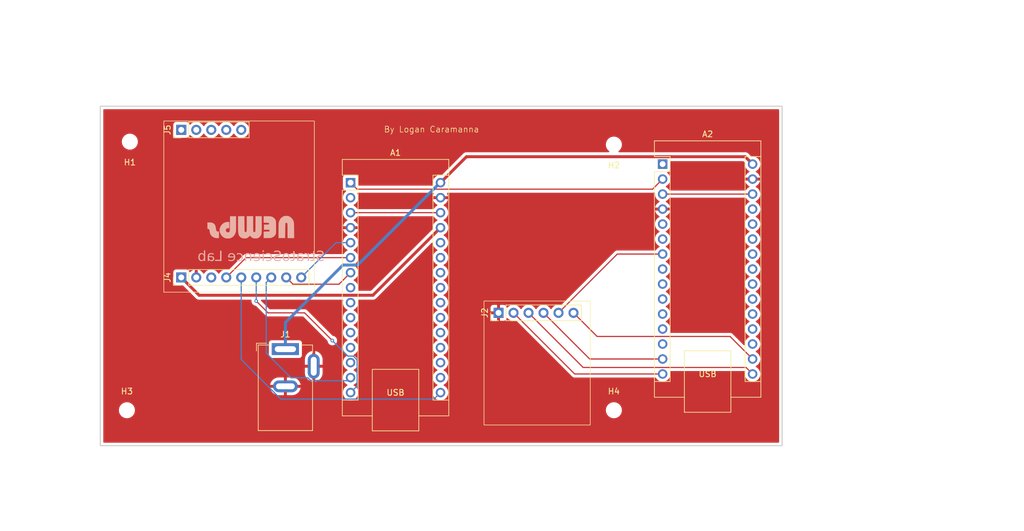
<source format=kicad_pcb>
(kicad_pcb (version 20241229) (generator "pcbnew") (generator_version "9.0")
  (title_block (title "Logan's StratoScience PCB"))
  (layers (0 "F.Cu" signal) (2 "B.Cu" signal) (13 "F.Paste" user) (15 "B.Paste" user) (5 "F.SilkS" user "F.Silkscreen") (7 "B.SilkS" user "B.Silkscreen") (1 "F.Mask" user) (3 "B.Mask" user) (25 "Edge.Cuts" user))
  (net 0 "")
  (net 1 "Earth")
  (net 2 "/A3")
  (net 3 "/~{RESET}")
  (net 4 "/D10")
  (net 5 "/NANO_VIN")
  (net 6 "+3.3V")
  (net 7 "/LORA_RST")
  (net 8 "/G0")
  (net 9 "/D6")
  (net 10 "/D8")
  (net 11 "/D9")
  (net 12 "/SCK")
  (net 13 "/A7")
  (net 14 "/D0{slash}RX")
  (net 15 "/A2")
  (net 16 "/AREF")
  (net 17 "/A0_TX")
  (net 18 "/A5")
  (net 19 "+5V")
  (net 20 "/LORA_CS")
  (net 21 "/D7")
  (net 22 "/A4")
  (net 23 "/A1")
  (net 24 "/MOSI")
  (net 25 "/A6")
  (net 26 "/SD_CS")
  (net 27 "/MISO")
  (net 28 "/A0")
  (net 35 "/D5")
  (net 36 "/A1_D2")
  (net 37 "/~{A1_RESET}")
  (net 38 "/A1_+5V")
  (net 39 "/A1_A2")
  (net 40 "/A1_D9")
  (net 41 "/A1_AREF")
  (net 42 "/A1_D5")
  (net 43 "/A1_A6")
  (net 44 "/A1_A0")
  (net 45 "/A1_D8")
  (net 46 "/A1_A1")
  (net 47 "/A1_A5")
  (net 48 "/A1_D3")
  (net 49 "/SD_MISO")
  (net 50 "/A1_A4")
  (net 51 "/A1_A3")
  (net 52 "/SD_SCK")
  (net 53 "/A1_D6")
  (net 54 "/A1_A7")
  (net 55 "/A1_D1{slash}TX")
  (net 56 "/A1_D10")
  (net 57 "/A1_D7")
  (net 58 "/SD_MOSI")
  (net 59 "A1_3V3")
  (footprint "Module:Arduino_Nano" (layer "F.Cu") (at 192.76 79.3)
    (property "Reference" "A2" (at 7.62 -5.08 0) (layer "F.SilkS"))
    (property "Value" "Arduino_Nano_v3.x")
    (fp_line (start -1.4 -3.94) (end -1.4 -1.27) (stroke (width 0.12)) (layer "F.SilkS"))
    (fp_line (start -1.4 1.27) (end -1.4 39.5) (stroke (width 0.12)) (layer "F.SilkS"))
    (fp_line (start -1.4 39.5) (end 3.68 39.5) (stroke (width 0.12)) (layer "F.SilkS"))
    (fp_line (start 1.27 -1.27) (end -1.4 -1.27) (stroke (width 0.12)) (layer "F.SilkS"))
    (fp_line (start 1.27 1.27) (end -1.4 1.27) (stroke (width 0.12)) (layer "F.SilkS"))
    (fp_line (start 1.27 1.27) (end 1.27 -1.27) (stroke (width 0.12)) (layer "F.SilkS"))
    (fp_line (start 1.27 1.27) (end 1.27 36.83) (stroke (width 0.12)) (layer "F.SilkS"))
    (fp_line (start 1.27 36.83) (end -1.4 36.83) (stroke (width 0.12)) (layer "F.SilkS"))
    (fp_line (start 3.68 31.62) (end 11.56 31.62) (stroke (width 0.12)) (layer "F.SilkS"))
    (fp_line (start 3.68 42.04) (end 3.68 31.62) (stroke (width 0.12)) (layer "F.SilkS"))
    (fp_line (start 11.56 31.62) (end 11.56 42.04) (stroke (width 0.12)) (layer "F.SilkS"))
    (fp_line (start 11.56 42.04) (end 3.68 42.04) (stroke (width 0.12)) (layer "F.SilkS"))
    (fp_line (start 13.97 -1.27) (end 13.97 36.83) (stroke (width 0.12)) (layer "F.SilkS"))
    (fp_line (start 13.97 -1.27) (end 16.64 -1.27) (stroke (width 0.12)) (layer "F.SilkS"))
    (fp_line (start 13.97 36.83) (end 16.64 36.83) (stroke (width 0.12)) (layer "F.SilkS"))
    (fp_line (start 16.64 -3.94) (end -1.4 -3.94) (stroke (width 0.12)) (layer "F.SilkS"))
    (fp_line (start 16.64 39.5) (end 11.56 39.5) (stroke (width 0.12)) (layer "F.SilkS"))
    (fp_line (start 16.64 39.5) (end 16.64 -3.94) (stroke (width 0.12)) (layer "F.SilkS"))
    (fp_text user "USB" (at 7.62 35.56 0) (layer "F.SilkS"))
    (pad "1" thru_hole rect (at 0 0) (size 1.6 1.6) (drill 1) (layers "*.Cu" "*.Mask") (net 55 "/A1_D1{slash}TX"))
    (pad "2" thru_hole oval (at 0 2.54) (size 1.6 1.6) (drill 1) (layers "*.Cu" "*.Mask") (net 17 "/A0_TX"))
    (pad "3" thru_hole oval (at 0 5.08) (size 1.6 1.6) (drill 1) (layers "*.Cu" "*.Mask") (net 37 "/~{A1_RESET}"))
    (pad "4" thru_hole oval (at 0 7.62) (size 1.6 1.6) (drill 1) (layers "*.Cu" "*.Mask") (net 1 "Earth"))
    (pad "5" thru_hole oval (at 0 10.16) (size 1.6 1.6) (drill 1) (layers "*.Cu" "*.Mask") (net 36 "/A1_D2"))
    (pad "6" thru_hole oval (at 0 12.7) (size 1.6 1.6) (drill 1) (layers "*.Cu" "*.Mask") (net 48 "/A1_D3"))
    (pad "7" thru_hole oval (at 0 15.24) (size 1.6 1.6) (drill 1) (layers "*.Cu" "*.Mask") (net 26 "/SD_CS"))
    (pad "8" thru_hole oval (at 0 17.78) (size 1.6 1.6) (drill 1) (layers "*.Cu" "*.Mask") (net 42 "/A1_D5"))
    (pad "9" thru_hole oval (at 0 20.32) (size 1.6 1.6) (drill 1) (layers "*.Cu" "*.Mask") (net 53 "/A1_D6"))
    (pad "10" thru_hole oval (at 0 22.86) (size 1.6 1.6) (drill 1) (layers "*.Cu" "*.Mask") (net 57 "/A1_D7"))
    (pad "11" thru_hole oval (at 0 25.4) (size 1.6 1.6) (drill 1) (layers "*.Cu" "*.Mask") (net 45 "/A1_D8"))
    (pad "12" thru_hole oval (at 0 27.94) (size 1.6 1.6) (drill 1) (layers "*.Cu" "*.Mask") (net 40 "/A1_D9"))
    (pad "13" thru_hole oval (at 0 30.48) (size 1.6 1.6) (drill 1) (layers "*.Cu" "*.Mask") (net 56 "/A1_D10"))
    (pad "14" thru_hole oval (at 0 33.02) (size 1.6 1.6) (drill 1) (layers "*.Cu" "*.Mask") (net 58 "/SD_MOSI"))
    (pad "15" thru_hole oval (at 0 35.56) (size 1.6 1.6) (drill 1) (layers "*.Cu" "*.Mask") (net 49 "/SD_MISO"))
    (pad "16" thru_hole oval (at 15.24 35.56) (size 1.6 1.6) (drill 1) (layers "*.Cu" "*.Mask") (net 52 "/SD_SCK"))
    (pad "17" thru_hole oval (at 15.24 33.02) (size 1.6 1.6) (drill 1) (layers "*.Cu" "*.Mask") (net 59 "A1_3V3"))
    (pad "18" thru_hole oval (at 15.24 30.48) (size 1.6 1.6) (drill 1) (layers "*.Cu" "*.Mask") (net 41 "/A1_AREF"))
    (pad "19" thru_hole oval (at 15.24 27.94) (size 1.6 1.6) (drill 1) (layers "*.Cu" "*.Mask") (net 44 "/A1_A0"))
    (pad "20" thru_hole oval (at 15.24 25.4) (size 1.6 1.6) (drill 1) (layers "*.Cu" "*.Mask") (net 46 "/A1_A1"))
    (pad "21" thru_hole oval (at 15.24 22.86) (size 1.6 1.6) (drill 1) (layers "*.Cu" "*.Mask") (net 39 "/A1_A2"))
    (pad "22" thru_hole oval (at 15.24 20.32) (size 1.6 1.6) (drill 1) (layers "*.Cu" "*.Mask") (net 51 "/A1_A3"))
    (pad "23" thru_hole oval (at 15.24 17.78) (size 1.6 1.6) (drill 1) (layers "*.Cu" "*.Mask") (net 50 "/A1_A4"))
    (pad "24" thru_hole oval (at 15.24 15.24) (size 1.6 1.6) (drill 1) (layers "*.Cu" "*.Mask") (net 47 "/A1_A5"))
    (pad "25" thru_hole oval (at 15.24 12.7) (size 1.6 1.6) (drill 1) (layers "*.Cu" "*.Mask") (net 43 "/A1_A6"))
    (pad "26" thru_hole oval (at 15.24 10.16) (size 1.6 1.6) (drill 1) (layers "*.Cu" "*.Mask") (net 54 "/A1_A7"))
    (pad "27" thru_hole oval (at 15.24 7.62) (size 1.6 1.6) (drill 1) (layers "*.Cu" "*.Mask") (net 38 "/A1_+5V"))
    (pad "28" thru_hole oval (at 15.24 5.08) (size 1.6 1.6) (drill 1) (layers "*.Cu" "*.Mask") (net 37 "/~{A1_RESET}"))
    (pad "29" thru_hole oval (at 15.24 2.54) (size 1.6 1.6) (drill 1) (layers "*.Cu" "*.Mask") (net 1 "Earth"))
    (pad "30" thru_hole oval (at 15.24 0) (size 1.6 1.6) (drill 1) (layers "*.Cu" "*.Mask") (net 5 "/NANO_VIN"))
  )
  (footprint "Connector_PinHeader_2.54mm:PinHeader_1x06_P2.54mm_Vertical" (layer "F.Cu") (at 164.96 104.5 90)
    (property "Reference" "J2" (at 0 -2.33 90) (layer "F.SilkS"))
    (property "Value" "SD Card")
    (fp_line (start -1.33 -1.33) (end 0 -1.33) (stroke (width 0.12)) (layer "F.SilkS"))
    (fp_line (start -1.33 0) (end -1.33 -1.33) (stroke (width 0.12)) (layer "F.SilkS"))
    (fp_line (start 1.33 1.27) (end 1.33 14.03) (stroke (width 0.12)) (layer "F.SilkS"))
    (fp_line (start -1.33 1.27) (end 1.33 1.27) (stroke (width 0.12)) (layer "F.SilkS"))
    (fp_line (start -1.33 1.27) (end -1.33 14.03) (stroke (width 0.12)) (layer "F.SilkS"))
    (fp_line (start -1.33 14.03) (end 1.33 14.03) (stroke (width 0.12)) (layer "F.SilkS"))
    (pad "1" thru_hole rect (at 0 0 90) (size 1.7 1.7) (drill 1) (layers "*.Cu" "*.Mask") (net 1 "Earth"))
    (pad "2" thru_hole oval (at 0 2.54 90) (size 1.7 1.7) (drill 1) (layers "*.Cu" "*.Mask") (net 49 "/SD_MISO"))
    (pad "3" thru_hole oval (at 0 5.08 90) (size 1.7 1.7) (drill 1) (layers "*.Cu" "*.Mask") (net 52 "/SD_SCK"))
    (pad "4" thru_hole oval (at 0 7.62 90) (size 1.7 1.7) (drill 1) (layers "*.Cu" "*.Mask") (net 58 "/SD_MOSI"))
    (pad "5" thru_hole oval (at 0 10.16 90) (size 1.7 1.7) (drill 1) (layers "*.Cu" "*.Mask") (net 26 "/SD_CS"))
    (pad "6" thru_hole oval (at 0 12.7 90) (size 1.7 1.7) (drill 1) (layers "*.Cu" "*.Mask") (net 59 "A1_3V3"))
  )
  (footprint "Module:Arduino_Nano" (layer "F.Cu") (at 139.89 82.45)
    (property "Reference" "A1" (at 7.62 -5.08 0) (layer "F.SilkS"))
    (property "Value" "Arduino Nano v3")
    (fp_line (start -1.4 -3.94) (end -1.4 -1.27) (stroke (width 0.12)) (layer "F.SilkS"))
    (fp_line (start -1.4 1.27) (end -1.4 39.5) (stroke (width 0.12)) (layer "F.SilkS"))
    (fp_line (start -1.4 39.5) (end 3.68 39.5) (stroke (width 0.12)) (layer "F.SilkS"))
    (fp_line (start 1.27 -1.27) (end -1.4 -1.27) (stroke (width 0.12)) (layer "F.SilkS"))
    (fp_line (start 1.27 1.27) (end -1.4 1.27) (stroke (width 0.12)) (layer "F.SilkS"))
    (fp_line (start 1.27 1.27) (end 1.27 -1.27) (stroke (width 0.12)) (layer "F.SilkS"))
    (fp_line (start 1.27 1.27) (end 1.27 36.83) (stroke (width 0.12)) (layer "F.SilkS"))
    (fp_line (start 1.27 36.83) (end -1.4 36.83) (stroke (width 0.12)) (layer "F.SilkS"))
    (fp_line (start 3.68 31.62) (end 11.56 31.62) (stroke (width 0.12)) (layer "F.SilkS"))
    (fp_line (start 3.68 42.04) (end 3.68 31.62) (stroke (width 0.12)) (layer "F.SilkS"))
    (fp_line (start 11.56 31.62) (end 11.56 42.04) (stroke (width 0.12)) (layer "F.SilkS"))
    (fp_line (start 11.56 42.04) (end 3.68 42.04) (stroke (width 0.12)) (layer "F.SilkS"))
    (fp_line (start 13.97 -1.27) (end 13.97 36.83) (stroke (width 0.12)) (layer "F.SilkS"))
    (fp_line (start 13.97 -1.27) (end 16.64 -1.27) (stroke (width 0.12)) (layer "F.SilkS"))
    (fp_line (start 13.97 36.83) (end 16.64 36.83) (stroke (width 0.12)) (layer "F.SilkS"))
    (fp_line (start 16.64 -3.94) (end -1.4 -3.94) (stroke (width 0.12)) (layer "F.SilkS"))
    (fp_line (start 16.64 39.5) (end 11.56 39.5) (stroke (width 0.12)) (layer "F.SilkS"))
    (fp_line (start 16.64 39.5) (end 16.64 -3.94) (stroke (width 0.12)) (layer "F.SilkS"))
    (fp_text user "USB" (at 7.62 35.56 0) (layer "F.SilkS"))
    (pad "1" thru_hole rect (at 0 0) (size 1.6 1.6) (drill 1) (layers "*.Cu" "*.Mask") (net 17 "/A0_TX"))
    (pad "2" thru_hole oval (at 0 2.54) (size 1.6 1.6) (drill 1) (layers "*.Cu" "*.Mask") (net 14 "/D0{slash}RX"))
    (pad "3" thru_hole oval (at 0 5.08) (size 1.6 1.6) (drill 1) (layers "*.Cu" "*.Mask") (net 3 "/~{RESET}"))
    (pad "4" thru_hole oval (at 0 7.62) (size 1.6 1.6) (drill 1) (layers "*.Cu" "*.Mask") (net 1 "Earth"))
    (pad "5" thru_hole oval (at 0 10.16) (size 1.6 1.6) (drill 1) (layers "*.Cu" "*.Mask") (net 7 "/LORA_RST"))
    (pad "6" thru_hole oval (at 0 12.7) (size 1.6 1.6) (drill 1) (layers "*.Cu" "*.Mask") (net 8 "/G0"))
    (pad "7" thru_hole oval (at 0 15.24) (size 1.6 1.6) (drill 1) (layers "*.Cu" "*.Mask") (net 20 "/LORA_CS"))
    (pad "8" thru_hole oval (at 0 17.78) (size 1.6 1.6) (drill 1) (layers "*.Cu" "*.Mask") (net 35 "/D5"))
    (pad "9" thru_hole oval (at 0 20.32) (size 1.6 1.6) (drill 1) (layers "*.Cu" "*.Mask") (net 9 "/D6"))
    (pad "10" thru_hole oval (at 0 22.86) (size 1.6 1.6) (drill 1) (layers "*.Cu" "*.Mask") (net 21 "/D7"))
    (pad "11" thru_hole oval (at 0 25.4) (size 1.6 1.6) (drill 1) (layers "*.Cu" "*.Mask") (net 10 "/D8"))
    (pad "12" thru_hole oval (at 0 27.94) (size 1.6 1.6) (drill 1) (layers "*.Cu" "*.Mask") (net 11 "/D9"))
    (pad "13" thru_hole oval (at 0 30.48) (size 1.6 1.6) (drill 1) (layers "*.Cu" "*.Mask") (net 4 "/D10"))
    (pad "14" thru_hole oval (at 0 33.02) (size 1.6 1.6) (drill 1) (layers "*.Cu" "*.Mask") (net 24 "/MOSI"))
    (pad "15" thru_hole oval (at 0 35.56) (size 1.6 1.6) (drill 1) (layers "*.Cu" "*.Mask") (net 27 "/MISO"))
    (pad "16" thru_hole oval (at 15.24 35.56) (size 1.6 1.6) (drill 1) (layers "*.Cu" "*.Mask") (net 12 "/SCK"))
    (pad "17" thru_hole oval (at 15.24 33.02) (size 1.6 1.6) (drill 1) (layers "*.Cu" "*.Mask") (net 6 "+3.3V"))
    (pad "18" thru_hole oval (at 15.24 30.48) (size 1.6 1.6) (drill 1) (layers "*.Cu" "*.Mask") (net 16 "/AREF"))
    (pad "19" thru_hole oval (at 15.24 27.94) (size 1.6 1.6) (drill 1) (layers "*.Cu" "*.Mask") (net 28 "/A0"))
    (pad "20" thru_hole oval (at 15.24 25.4) (size 1.6 1.6) (drill 1) (layers "*.Cu" "*.Mask") (net 23 "/A1"))
    (pad "21" thru_hole oval (at 15.24 22.86) (size 1.6 1.6) (drill 1) (layers "*.Cu" "*.Mask") (net 15 "/A2"))
    (pad "22" thru_hole oval (at 15.24 20.32) (size 1.6 1.6) (drill 1) (layers "*.Cu" "*.Mask") (net 2 "/A3"))
    (pad "23" thru_hole oval (at 15.24 17.78) (size 1.6 1.6) (drill 1) (layers "*.Cu" "*.Mask") (net 22 "/A4"))
    (pad "24" thru_hole oval (at 15.24 15.24) (size 1.6 1.6) (drill 1) (layers "*.Cu" "*.Mask") (net 18 "/A5"))
    (pad "25" thru_hole oval (at 15.24 12.7) (size 1.6 1.6) (drill 1) (layers "*.Cu" "*.Mask") (net 25 "/A6"))
    (pad "26" thru_hole oval (at 15.24 10.16) (size 1.6 1.6) (drill 1) (layers "*.Cu" "*.Mask") (net 13 "/A7"))
    (pad "27" thru_hole oval (at 15.24 7.62) (size 1.6 1.6) (drill 1) (layers "*.Cu" "*.Mask") (net 19 "+5V"))
    (pad "28" thru_hole oval (at 15.24 5.08) (size 1.6 1.6) (drill 1) (layers "*.Cu" "*.Mask") (net 3 "/~{RESET}"))
    (pad "29" thru_hole oval (at 15.24 2.54) (size 1.6 1.6) (drill 1) (layers "*.Cu" "*.Mask") (net 1 "Earth"))
    (pad "30" thru_hole oval (at 15.24 0) (size 1.6 1.6) (drill 1) (layers "*.Cu" "*.Mask") (net 5 "/NANO_VIN"))
  )
  (footprint "MountingHole:MountingHole_2.2mm_M2" (layer "F.Cu") (at 184.5 121)
    (property "Reference" "H4" (at 0 -3.2 0) (layer "F.SilkS"))
    (property "Value" "M2 Screwhole" (hide yes))
    (pad "" np_thru_hole circle (at 0 0) (size 2.2 2.2) (drill 2.2) (layers "*.Cu" "*.Mask"))
  )
  (footprint "Connector_PinHeader_2.54mm:PinHeader_1x09_P2.54mm_Vertical" (layer "F.Cu") (at 111.21 98.5 90)
    (property "Reference" "J4" (at 0 -2.33 90) (layer "F.SilkS"))
    (property "Value" "LoRa")
    (fp_line (start -1.33 -1.33) (end 0 -1.33) (stroke (width 0.12)) (layer "F.SilkS"))
    (fp_line (start -1.33 0) (end -1.33 -1.33) (stroke (width 0.12)) (layer "F.SilkS"))
    (fp_line (start 1.33 1.27) (end 1.33 21.65) (stroke (width 0.12)) (layer "F.SilkS"))
    (fp_line (start -1.33 1.27) (end 1.33 1.27) (stroke (width 0.12)) (layer "F.SilkS"))
    (fp_line (start -1.33 1.27) (end -1.33 21.65) (stroke (width 0.12)) (layer "F.SilkS"))
    (fp_line (start -1.33 21.65) (end 1.33 21.65) (stroke (width 0.12)) (layer "F.SilkS"))
    (pad "1" thru_hole rect (at 0 0 90) (size 1.7 1.7) (drill 1) (layers "*.Cu" "*.Mask") (net 19 "+5V"))
    (pad "2" thru_hole oval (at 0 2.54 90) (size 1.7 1.7) (drill 1) (layers "*.Cu" "*.Mask") (net 1 "Earth"))
    (pad "3" thru_hole oval (at 0 5.08 90) (size 1.7 1.7) (drill 1) (layers "*.Cu" "*.Mask"))
    (pad "4" thru_hole oval (at 0 7.62 90) (size 1.7 1.7) (drill 1) (layers "*.Cu" "*.Mask") (net 8 "/G0"))
    (pad "5" thru_hole oval (at 0 10.16 90) (size 1.7 1.7) (drill 1) (layers "*.Cu" "*.Mask") (net 12 "/SCK"))
    (pad "6" thru_hole oval (at 0 12.7 90) (size 1.7 1.7) (drill 1) (layers "*.Cu" "*.Mask") (net 27 "/MISO"))
    (pad "7" thru_hole oval (at 0 15.24 90) (size 1.7 1.7) (drill 1) (layers "*.Cu" "*.Mask") (net 24 "/MOSI"))
    (pad "8" thru_hole oval (at 0 17.78 90) (size 1.7 1.7) (drill 1) (layers "*.Cu" "*.Mask") (net 20 "/LORA_CS"))
    (pad "9" thru_hole oval (at 0 20.32 90) (size 1.7 1.7) (drill 1) (layers "*.Cu" "*.Mask") (net 7 "/LORA_RST"))
  )
  (footprint "MountingHole:MountingHole_2.2mm_M2" (layer "F.Cu") (at 184.5 76)
    (property "Reference" "H2" (at 0 3.5 0) (layer "F.SilkS"))
    (property "Value" "M2 Screwhole" (hide yes))
    (pad "" np_thru_hole circle (at 0 0) (size 2.2 2.2) (drill 2.2) (layers "*.Cu" "*.Mask"))
  )
  (footprint "Connector_BarrelJack:BarrelJack_GCT_DCJ200-10-A_Horizontal" (layer "F.Cu") (at 128.85 110.65)
    (property "Reference" "J1" (at 0 -2.5 0) (layer "F.SilkS"))
    (property "Value" "Arduino DC Jack (6-12v)" (hide yes))
    (fp_line (start -4.9 -1) (end -4.9 0.3) (stroke (width 0.12)) (layer "F.SilkS"))
    (fp_line (start -4.6 -0.7) (end -2.6 -0.7) (stroke (width 0.12)) (layer "F.SilkS"))
    (fp_line (start -4.6 13.8) (end -4.6 -0.7) (stroke (width 0.12)) (layer "F.SilkS"))
    (fp_line (start -3.2 -1) (end -4.9 -1) (stroke (width 0.12)) (layer "F.SilkS"))
    (fp_line (start 2.6 -0.7) (end 4.6 -0.7) (stroke (width 0.12)) (layer "F.SilkS"))
    (fp_line (start 4.6 -0.7) (end 4.6 0.6) (stroke (width 0.12)) (layer "F.SilkS"))
    (fp_line (start 4.6 5.2) (end 4.6 13.8) (stroke (width 0.12)) (layer "F.SilkS"))
    (fp_line (start 4.6 13.8) (end -4.6 13.8) (stroke (width 0.12)) (layer "F.SilkS"))
    (pad "1" thru_hole rect (at 0 0) (size 4.6 2) (drill oval 3.6 1) (layers "*.Cu" "*.Mask") (net 5 "/NANO_VIN"))
    (pad "2" thru_hole oval (at 0 6.3) (size 4.2 2) (drill oval 3.2 1) (layers "*.Cu" "*.Mask") (net 1 "Earth"))
    (pad "3" thru_hole oval (at 4.8 2.9) (size 2 4.2) (drill oval 1 3.2) (layers "*.Cu" "*.Mask") (net 1 "Earth"))
  )
  (footprint "Connector_PinHeader_2.54mm:PinHeader_1x05_P2.54mm_Vertical" (layer "F.Cu") (at 111.21 73.5 90)
    (property "Reference" "J5" (at 0 -2.33 90) (layer "F.SilkS"))
    (property "Value" "LoRa G pins")
    (fp_line (start -1.33 -1.33) (end 0 -1.33) (stroke (width 0.12)) (layer "F.SilkS"))
    (fp_line (start -1.33 0) (end -1.33 -1.33) (stroke (width 0.12)) (layer "F.SilkS"))
    (fp_line (start 1.33 1.27) (end 1.33 11.49) (stroke (width 0.12)) (layer "F.SilkS"))
    (fp_line (start -1.33 1.27) (end 1.33 1.27) (stroke (width 0.12)) (layer "F.SilkS"))
    (fp_line (start -1.33 1.27) (end -1.33 11.49) (stroke (width 0.12)) (layer "F.SilkS"))
    (fp_line (start -1.33 11.49) (end 1.33 11.49) (stroke (width 0.12)) (layer "F.SilkS"))
    (pad "1" thru_hole rect (at 0 0 90) (size 1.7 1.7) (drill 1) (layers "*.Cu" "*.Mask"))
    (pad "2" thru_hole oval (at 0 2.54 90) (size 1.7 1.7) (drill 1) (layers "*.Cu" "*.Mask"))
    (pad "3" thru_hole oval (at 0 5.08 90) (size 1.7 1.7) (drill 1) (layers "*.Cu" "*.Mask"))
    (pad "4" thru_hole oval (at 0 7.62 90) (size 1.7 1.7) (drill 1) (layers "*.Cu" "*.Mask"))
    (pad "5" thru_hole oval (at 0 10.16 90) (size 1.7 1.7) (drill 1) (layers "*.Cu" "*.Mask"))
  )
  (footprint "MountingHole:MountingHole_2.2mm_M2" (layer "F.Cu") (at 102 121)
    (property "Reference" "H3" (at 0 -3.2 0) (layer "F.SilkS"))
    (property "Value" "M2 Screwhole" (hide yes))
    (pad "" np_thru_hole circle (at 0 0) (size 2.2 2.2) (drill 2.2) (layers "*.Cu" "*.Mask"))
  )
  (footprint "MountingHole:MountingHole_2.2mm_M2" (layer "F.Cu") (at 102.5 75.5)
    (property "Reference" "H1" (at 0 3.5 0) (layer "F.SilkS"))
    (property "Value" "M2 Screwhole" (hide yes))
    (pad "" np_thru_hole circle (at 0 0) (size 2.2 2.2) (drill 2.2) (layers "*.Cu" "*.Mask"))
  )
  (footprint "LOGO" (layer "B.Cu") (at 123 90 180)
    (property "Reference" "G***" (hide yes))
    (property "Value" "LOGO" (hide yes))
    (fp_poly (pts (xy 7.365394 0.272792) (xy 7.365394 -0.272792) (xy 7.272131 -0.272792) (xy 7.187705 -0.295146) (xy 7.101559 -0.351203) (xy 7.032954 -0.424457) (xy 7.001152 -0.498402) (xy 7.000735 -0.505365) (xy 6.989442 -0.655219) (xy 6.963185 -0.824779) (xy 6.926696 -0.990419) (xy 6.884708 -1.128513) (xy 6.867454 -1.170701) (xy 6.743627 -1.371089) (xy 6.571918 -1.545112) (xy 6.361962 -1.685548) (xy 6.123396 -1.785177) (xy 6.007518 -1.815143) (xy 5.881588 -1.835205) (xy 5.746907 -1.846355) (xy 5.617839 -1.84872) (xy 5.508748 -1.842423) (xy 5.433996 -1.827591) (xy 5.408668 -1.809925) (xy 5.404186 -1.767874) (xy 5.401232 -1.676088) (xy 5.399937 -1.545437) (xy 5.400432 -1.38679) (xy 5.402042 -1.256763) (xy 5.410382 -0.742601) (xy 5.576542 -0.722323) (xy 5.719596 -0.686904) (xy 5.816071 -0.616939) (xy 5.873239 -0.505074) (xy 5.893273 -0.402179) (xy 5.926406 -0.149243) (xy 5.961938 0.052601) (xy 6.003259 0.212875) (xy 6.053757 0.341098) (xy 6.116822 0.446793) (xy 6.195841 0.539479) (xy 6.245154 0.586409) (xy 6.368465 0.681927) (xy 6.500201 0.748989) (xy 6.653566 0.791471) (xy 6.841763 0.813249) (xy 7.035462 0.818377) (xy 7.365394 0.818377)) (fill yes) (layer "B.SilkS"))
    (fp_poly (pts (xy -5.854793 1.923444) (xy -5.749143 1.917285) (xy -5.666731 1.902642) (xy -5.588874 1.875935) (xy -5.496888 1.833583) (xy -5.477571 1.824111) (xy -5.243026 1.675545) (xy -5.044292 1.48051) (xy -4.885252 1.244067) (xy -4.769789 0.971277) (xy -4.738536 0.86072) (xy -4.725366 0.80028) (xy -4.714551 0.731424) (xy -4.705855 0.64779) (xy -4.699042 0.543017) (xy -4.693879 0.410745) (xy -4.690131 0.244614) (xy -4.687561 0.038262) (xy -4.685935 -0.214672) (xy -4.685019 -0.520547) (xy -4.684896 -0.59105) (xy -4.682936 -1.833771) (xy -5.243675 -1.833771) (xy -5.804415 -1.833771) (xy -5.81957 -0.588096) (xy -5.823524 -0.266304) (xy -5.827376 0.000042) (xy -5.831935 0.216111) (xy -5.83801 0.387071) (xy -5.846409 0.518089) (xy -5.857941 0.614334) (xy -5.873413 0.680974) (xy -5.893635 0.723177) (xy -5.919415 0.74611) (xy -5.95156 0.754943) (xy -5.990881 0.754843) (xy -6.029148 0.751712) (xy -6.071498 0.746309) (xy -6.106673 0.734369) (xy -6.135348 0.710682) (xy -6.158197 0.670042) (xy -6.175894 0.60724) (xy -6.189115 0.517068) (xy -6.198534 0.394318) (xy -6.204825 0.233782) (xy -6.208663 0.030252) (xy -6.210722 -0.22148) (xy -6.211677 -0.526622) (xy -6.211893 -0.659248) (xy -6.213604 -1.848926) (xy -6.776362 -1.848926) (xy -7.33912 -1.848926) (xy -7.327897 -0.538007) (xy -7.324921 -0.215995) (xy -7.321832 0.051387) (xy -7.318361 0.270128) (xy -7.314242 0.446219) (xy -7.309206 0.58565) (xy -7.302986 0.694409) (xy -7.295314 0.778488) (xy -7.285923 0.843876) (xy -7.274544 0.896563) (xy -7.261877 0.939618) (xy -7.148188 1.218567) (xy -7.004971 1.447921) (xy -6.82762 1.633343) (xy -6.611531 1.7805) (xy -6.55379 1.810557) (xy -6.447108 1.861794) (xy -6.363763 1.894835) (xy -6.284514 1.913663) (xy -6.190115 1.922263) (xy -6.061325 1.924616) (xy -6.002367 1.924702)) (fill yes) (layer "B.SilkS"))
    (fp_poly (pts (xy -2.167184 1.864081) (xy -2.167184 1.318496) (xy -2.167184 0.772912) (xy -2.600266 0.757757) (xy -2.783256 0.750103) (xy -2.914244 0.740131) (xy -3.001847 0.725088) (xy -3.054682 0.702217) (xy -3.081366 0.668764) (xy -3.090516 0.621973) (xy -3.091183 0.600793) (xy -3.083319 0.545301) (xy -3.053195 0.505492) (xy -2.992767 0.478951) (xy -2.893991 0.463262) (xy -2.748823 0.45601) (xy -2.604518 0.454654) (xy -2.212649 0.454654) (xy -2.212649 0.015155) (xy -2.212649 -0.424344) (xy -2.661241 -0.424344) (xy -2.851436 -0.425678) (xy -2.989267 -0.431103) (xy -3.082961 -0.442747) (xy -3.140744 -0.46274) (xy -3.17084 -0.493213) (xy -3.181475 -0.536296) (xy -3.182113 -0.559224) (xy -3.178462 -0.613607) (xy -3.162908 -0.653579) (xy -3.127148 -0.681741) (xy -3.062883 -0.700699) (xy -2.961811 -0.713056) (xy -2.815631 -0.721414) (xy -2.64575 -0.727446) (xy -2.167184 -0.742601) (xy -2.167184 -1.288186) (xy -2.167184 -1.833771) (xy -2.727924 -1.839684) (xy -2.967102 -1.840336) (xy -3.153839 -1.83636) (xy -3.296165 -1.82734) (xy -3.402113 -1.81286) (xy -3.447772 -1.802423) (xy -3.691624 -1.710231) (xy -3.901239 -1.577899) (xy -4.069696 -1.411221) (xy -4.190077 -1.21599) (xy -4.212275 -1.162262) (xy -4.229605 -1.113525) (xy -4.243428 -1.065193) (xy -4.254069 -1.010216) (xy -4.261851 -0.941542) (xy -4.267099 -0.852121) (xy -4.270137 -0.734901) (xy -4.271288 -0.582833) (xy -4.270875 -0.388864) (xy -4.269224 -0.145945) (xy -4.267627 0.042921) (xy -4.265068 0.321073) (xy -4.262457 0.545533) (xy -4.259336 0.72323) (xy -4.255244 0.86109) (xy -4.24972 0.966041) (xy -4.242303 1.04501) (xy -4.232535 1.104926) (xy -4.219954 1.152715) (xy -4.2041 1.195305) (xy -4.188723 1.230351) (xy -4.099815 1.377257) (xy -3.972808 1.524325) (xy -3.82684 1.651748) (xy -3.710001 1.725855) (xy -3.563916 1.786736) (xy -3.391769 1.830606) (xy -3.185085 1.858648) (xy -2.93539 1.872041) (xy -2.658101 1.872402)) (fill yes) (layer "B.SilkS"))
    (fp_poly (pts (xy 3.546301 0.62136) (xy 3.550446 0.293851) (xy 3.554731 0.021554) (xy 3.559991 -0.200936) (xy 3.567061 -0.379022) (xy 3.576773 -0.518109) (xy 3.589964 -0.623602) (xy 3.607466 -0.700905) (xy 3.630114 -0.755422) (xy 3.658743 -0.792557) (xy 3.694187 -0.817716) (xy 3.737279 -0.836302) (xy 3.773206 -0.848548) (xy 3.914602 -0.869307) (xy 4.040712 -0.831916) (xy 4.151236 -0.739417) (xy 4.226372 -0.613533) (xy 4.242274 -0.477042) (xy 4.198441 -0.334332) (xy 4.197458 -0.332421) (xy 4.113595 -0.228672) (xy 3.993391 -0.172371) (xy 3.836048 -0.163285) (xy 3.697852 -0.186196) (xy 3.681116 -0.182648) (xy 3.668579 -0.157776) (xy 3.659443 -0.103876) (xy 3.652906 -0.013245) (xy 3.648167 0.12182) (xy 3.644425 0.309023) (xy 3.64407 0.331168) (xy 3.64198 0.53511) (xy 3.643298 0.685314) (xy 3.648397 0.788583) (xy 3.65765 0.851723) (xy 3.671431 0.881538) (xy 3.674381 0.883866) (xy 3.74125 0.902484) (xy 3.851373 0.908005) (xy 3.988952 0.901042) (xy 4.138192 0.882211) (xy 4.24358 0.861743) (xy 4.49334 0.775128) (xy 4.718462 0.638915) (xy 4.913901 0.460871) (xy 5.074613 0.248764) (xy 5.195553 0.010364) (xy 5.271676 -0.246562) (xy 5.297937 -0.514246) (xy 5.279288 -0.733066) (xy 5.201408 -1.016511) (xy 5.071954 -1.27225) (xy 4.895253 -1.494528) (xy 4.675631 -1.67759) (xy 4.489534 -1.783705) (xy 4.378688 -1.834269) (xy 4.288716 -1.867005) (xy 4.199246 -1.88631) (xy 4.089902 -1.89658) (xy 3.940334 -1.90221) (xy 3.769029 -1.903588) (xy 3.640528 -1.895852) (xy 3.537468 -1.87732) (xy 3.470129 -1.856655) (xy 3.203808 -1.733014) (xy 2.97959 -1.566558) (xy 2.796632 -1.356327) (xy 2.654086 -1.101359) (xy 2.555742 -0.818377) (xy 2.542443 -0.762034) (xy 2.531531 -0.698161) (xy 2.522769 -0.620431) (xy 2.51592 -0.522515) (xy 2.510748 -0.398087) (xy 2.507017 -0.240818) (xy 2.504489 -0.044382) (xy 2.502929 0.197549) (xy 2.502099 0.491303) (xy 2.501923 0.62136) (xy 2.500597 1.864081) (xy 3.015871 1.864081) (xy 3.531146 1.864081)) (fill yes) (layer "B.SilkS"))
    (fp_poly (pts (xy 1.630405 1.872353) (xy 2.167184 1.864081) (xy 2.175453 0.727446) (xy 2.177412 0.321753) (xy 2.176492 -0.028456) (xy 2.171988 -0.328279) (xy 2.163196 -0.582814) (xy 2.149414 -0.797157) (xy 2.129937 -0.976408) (xy 2.104062 -1.125663) (xy 2.071086 -1.25002) (xy 2.030305 -1.354576) (xy 1.981015 -1.44443) (xy 1.922514 -1.524679) (xy 1.854195 -1.600319) (xy 1.702716 -1.733608) (xy 1.545019 -1.823686) (xy 1.364535 -1.877533) (xy 1.144693 -1.902126) (xy 1.136635 -1.902517) (xy 0.909643 -1.899717) (xy 0.720976 -1.863835) (xy 0.554781 -1.788984) (xy 0.395204 -1.66928) (xy 0.322282 -1.600163) (xy 0.143998 -1.421878) (xy 0.095525 -1.491428) (xy -0.032518 -1.634087) (xy -0.202761 -1.762537) (xy -0.287947 -1.811461) (xy -0.37404 -1.851325) (xy -0.459811 -1.876528) (xy -0.564852 -1.89098) (xy -0.708753 -1.898591) (xy -0.727446 -1.899168) (xy -0.86237 -1.900355) (xy -0.981759 -1.896397) (xy -1.067445 -1.88811) (xy -1.091169 -1.882865) (xy -1.321789 -1.776761) (xy -1.517931 -1.623799) (xy -1.673532 -1.430671) (xy -1.782527 -1.20407) (xy -1.817404 -1.081422) (xy -1.82429 -1.020162) (xy -1.830589 -0.903801) (xy -1.836185 -0.737855) (xy -1.840962 -0.527842) (xy -1.844806 -0.279279) (xy -1.847601 0.002318) (xy -1.849233 0.31143) (xy -1.849558 0.459084) (xy -1.851344 1.864081) (xy -1.321215 1.872352) (xy -0.791087 1.880623) (xy -0.781999 0.581208) (xy -0.779673 0.253856) (xy -0.777214 -0.018025) (xy -0.77391 -0.239583) (xy -0.769054 -0.415965) (xy -0.761935 -0.552319) (xy -0.751844 -0.653791) (xy -0.73807 -0.72553) (xy -0.719905 -0.772683) (xy -0.696639 -0.800397) (xy -0.667563 -0.813819) (xy -0.631966 -0.818096) (xy -0.589139 -0.818377) (xy -0.589057 -0.818377) (xy -0.543694 -0.817809) (xy -0.505973 -0.812691) (xy -0.475191 -0.797903) (xy -0.450641 -0.768326) (xy -0.43162 -0.718841) (xy -0.417422 -0.644328) (xy -0.407341 -0.539666) (xy -0.400674 -0.399737) (xy -0.396715 -0.219421) (xy -0.394758 0.006402) (xy -0.394099 0.282851) (xy -0.394033 0.597794) (xy -0.394033 1.879236) (xy 0.151551 1.879236) (xy 0.697136 1.879236) (xy 0.697136 0.597794) (xy 0.697214 0.268385) (xy 0.697919 -0.005524) (xy 0.699956 -0.229051) (xy 0.704029 -0.407317) (xy 0.710843 -0.54544) (xy 0.721105 -0.648542) (xy 0.735518 -0.72174) (xy 0.754788 -0.770156) (xy 0.77962 -0.798907) (xy 0.810718 -0.813115) (xy 0.848789 -0.817899) (xy 0.89216 -0.818377) (xy 0.935005 -0.8181) (xy 0.970617 -0.813837) (xy 0.999705 -0.800441) (xy 1.022978 -0.772765) (xy 1.041143 -0.725661) (xy 1.054909 -0.653982) (xy 1.064985 -0.552581) (xy 1.07208 -0.41631) (xy 1.076902 -0.240022) (xy 1.080159 -0.018569) (xy 1.082561 0.253196) (xy 1.084815 0.580419) (xy 1.084821 0.581212) (xy 1.093627 1.880625)) (fill yes) (layer "B.SilkS"))
  )
  (gr_rect (start 162.5 102.5) (end 180.5 123.5) (stroke (width 0.1)) (fill no) (layer "F.SilkS"))
  (gr_rect (start 108.25 72) (end 133.75 101) (stroke (width 0.1)) (fill no) (layer "F.SilkS"))
  (gr_rect (start 97.5 69.5) (end 213 127) (stroke (width 0.2)) (fill no) (layer "Edge.Cuts"))
  (gr_text "By Logan Caramanna" (at 145.5 74 0) (layer "F.SilkS") (effects (font (size 1 1) (thickness 0.1)) (justify left bottom)))
  (gr_text "StratoScience Lab" (at 135.5 96 -0) (layer "B.SilkS") (effects (font (size 1.7 1.7) (thickness 0.1)) (justify left bottom mirror)))
  (segment (start 139.89 87.53) (end 155.13 87.53) (width 0.2) (layer "F.Cu") (net 3))
  (segment (start 206.749 78.049) (end 159.531 78.049) (width 0.5) (layer "F.Cu") (net 5))
  (segment (start 128.85 110.65) (end 128.85 110.15) (width 0.2) (layer "F.Cu") (net 5))
  (segment (start 159.531 78.049) (end 155.13 82.45) (width 0.5) (layer "F.Cu") (net 5))
  (segment (start 208 79.3) (end 206.749 78.049) (width 0.5) (layer "F.Cu") (net 5))
  (segment (start 141.099 96.401) (end 155.05 82.45) (width 0.5) (layer "B.Cu") (net 5))
  (segment (start 128.85 110.65) (end 128.85 106.15) (width 0.5) (layer "B.Cu") (net 5))
  (segment (start 138.599 96.401) (end 141.099 96.401) (width 0.5) (layer "B.Cu") (net 5))
  (segment (start 155.05 82.45) (end 155.13 82.45) (width 0.5) (layer "B.Cu") (net 5))
  (segment (start 128.85 110.15) (end 128.85 110.65) (width 0.2) (layer "B.Cu") (net 5))
  (segment (start 128.85 106.15) (end 138.599 96.401) (width 0.5) (layer "B.Cu") (net 5))
  (segment (start 137.42 92.61) (end 131.53 98.5) (width 0.2) (layer "B.Cu") (net 7))
  (segment (start 139.89 92.61) (end 137.42 92.61) (width 0.2) (layer "B.Cu") (net 7))
  (segment (start 118.83 98.5) (end 122.18 95.15) (width 0.2) (layer "F.Cu") (net 8))
  (segment (start 122.18 95.15) (end 139.89 95.15) (width 0.2) (layer "F.Cu") (net 8))
  (segment (start 128.071108 119.111) (end 154.029 119.111) (width 0.2) (layer "B.Cu") (net 12))
  (segment (start 121.37 112.409892) (end 128.071108 119.111) (width 0.2) (layer "B.Cu") (net 12))
  (segment (start 121.37 98.5) (end 121.37 112.409892) (width 0.2) (layer "B.Cu") (net 12))
  (segment (start 154.029 119.111) (end 155.13 118.01) (width 0.2) (layer "B.Cu") (net 12))
  (segment (start 140.991 83.551) (end 139.89 82.45) (width 0.2) (layer "F.Cu") (net 17))
  (segment (start 192.76 81.84) (end 191.049 83.551) (width 0.2) (layer "F.Cu") (net 17))
  (segment (start 191.049 83.551) (end 140.991 83.551) (width 0.2) (layer "F.Cu") (net 17))
  (segment (start 143.681 101.519) (end 155.13 90.07) (width 0.5) (layer "F.Cu") (net 19))
  (segment (start 111.21 98.5) (end 114.229 101.519) (width 0.5) (layer "F.Cu") (net 19))
  (segment (start 114.229 101.519) (end 143.681 101.519) (width 0.5) (layer "F.Cu") (net 19))
  (segment (start 130.141 99.651) (end 137.929 99.651) (width 0.2) (layer "F.Cu") (net 20))
  (segment (start 137.929 99.651) (end 139.89 97.69) (width 0.2) (layer "F.Cu") (net 20))
  (segment (start 128.99 98.5) (end 130.141 99.651) (width 0.2) (layer "F.Cu") (net 20))
  (segment (start 129.798 115.5) (end 132.660108 115.5) (width 0.2) (layer "B.Cu") (net 24))
  (segment (start 134.5 116) (end 139.36 116) (width 0.2) (layer "B.Cu") (net 24))
  (segment (start 125.6 111.302) (end 129.798 115.5) (width 0.2) (layer "B.Cu") (net 24))
  (segment (start 126.45 98.5) (end 125.6 99.35) (width 0.2) (layer "B.Cu") (net 24))
  (segment (start 125.6 99.35) (end 125.6 111.302) (width 0.2) (layer "B.Cu") (net 24))
  (segment (start 133.111108 115.951) (end 134.451 115.951) (width 0.2) (layer "B.Cu") (net 24))
  (segment (start 139.36 116) (end 139.89 115.47) (width 0.2) (layer "B.Cu") (net 24))
  (segment (start 134.451 115.951) (end 134.5 116) (width 0.2) (layer "B.Cu") (net 24))
  (segment (start 132.660108 115.5) (end 133.111108 115.951) (width 0.2) (layer "B.Cu") (net 24))
  (segment (start 192.76 94.54) (end 185.08 94.54) (width 0.2) (layer "F.Cu") (net 26))
  (segment (start 185.08 94.54) (end 175.12 104.5) (width 0.2) (layer "F.Cu") (net 26))
  (segment (start 123.91 102.5) (end 125.91 104.5) (width 0.2) (layer "F.Cu") (net 27))
  (segment (start 125.91 104.5) (end 132.10495 104.5) (width 0.2) (layer "F.Cu") (net 27))
  (segment (start 132.10495 104.5) (end 136.802475 109.197525) (width 0.2) (layer "F.Cu") (net 27))
  (via (at 136.802475 109.197525) (size 0.6) (drill 0.3) (layers "F.Cu" "B.Cu") (net 27))
  (via (at 123.91 102.5) (size 0.6) (drill 0.3) (layers "F.Cu" "B.Cu") (net 27))
  (segment (start 140.34605 111.829) (end 141 112.48295) (width 0.2) (layer "B.Cu") (net 27))
  (segment (start 136.802475 109.197525) (end 139.43395 111.829) (width 0.2) (layer "B.Cu") (net 27))
  (segment (start 141 116.9) (end 139.89 118.01) (width 0.2) (layer "B.Cu") (net 27))
  (segment (start 141 112.48295) (end 141 116.9) (width 0.2) (layer "B.Cu") (net 27))
  (segment (start 139.43395 111.829) (end 140.34605 111.829) (width 0.2) (layer "B.Cu") (net 27))
  (segment (start 123.91 102.5) (end 123.91 98.5) (width 0.2) (layer "B.Cu") (net 27))
  (segment (start 192.76 84.38) (end 208 84.38) (width 0.2) (layer "F.Cu") (net 37))
  (segment (start 177.86 114.86) (end 167.5 104.5) (width 0.2) (layer "F.Cu") (net 49))
  (segment (start 192.76 114.86) (end 177.86 114.86) (width 0.2) (layer "F.Cu") (net 49))
  (segment (start 208 114.86) (end 206.899 113.759) (width 0.2) (layer "F.Cu") (net 52))
  (segment (start 179.299 113.759) (end 170.04 104.5) (width 0.2) (layer "F.Cu") (net 52))
  (segment (start 206.899 113.759) (end 179.299 113.759) (width 0.2) (layer "F.Cu") (net 52))
  (segment (start 192.76 112.32) (end 180.4 112.32) (width 0.2) (layer "F.Cu") (net 58))
  (segment (start 180.4 112.32) (end 172.58 104.5) (width 0.2) (layer "F.Cu") (net 58))
  (segment (start 204.18 108.5) (end 181.66 108.5) (width 0.2) (layer "F.Cu") (net 59))
  (segment (start 181.66 108.5) (end 177.66 104.5) (width 0.2) (layer "F.Cu") (net 59))
  (segment (start 208 112.32) (end 204.18 108.5) (width 0.2) (layer "F.Cu") (net 59))
  (zone (net 1) (net_name "Earth") (layer "F.Cu") (connect_pads (clearance 0.5)) (min_thickness 0.25) (fill yes (thermal_gap 0.5) (thermal_bridge_width 0.5))
    (polygon (pts (xy 254 84) (xy 228.5 51.5) (xy 80.5 62.5) (xy 81.5 141) (xy 223 141.5)))
  )
)
</source>
